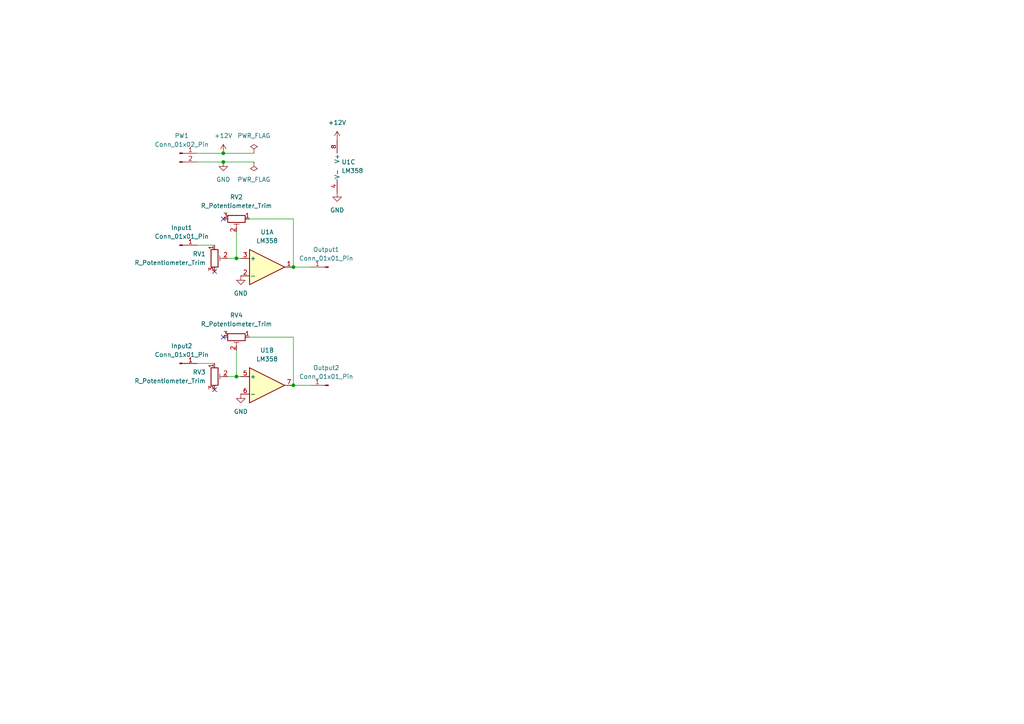
<source format=kicad_sch>
(kicad_sch (version 20230121) (generator eeschema)

  (uuid 7db84c97-3066-4f0e-875e-8aede049f2f3)

  (paper "A4")

  (lib_symbols
    (symbol "Amplifier_Operational:LM358" (pin_names (offset 0.127)) (in_bom yes) (on_board yes)
      (property "Reference" "U" (at 0 5.08 0)
        (effects (font (size 1.27 1.27)) (justify left))
      )
      (property "Value" "LM358" (at 0 -5.08 0)
        (effects (font (size 1.27 1.27)) (justify left))
      )
      (property "Footprint" "" (at 0 0 0)
        (effects (font (size 1.27 1.27)) hide)
      )
      (property "Datasheet" "http://www.ti.com/lit/ds/symlink/lm2904-n.pdf" (at 0 0 0)
        (effects (font (size 1.27 1.27)) hide)
      )
      (property "ki_locked" "" (at 0 0 0)
        (effects (font (size 1.27 1.27)))
      )
      (property "ki_keywords" "dual opamp" (at 0 0 0)
        (effects (font (size 1.27 1.27)) hide)
      )
      (property "ki_description" "Low-Power, Dual Operational Amplifiers, DIP-8/SOIC-8/TO-99-8" (at 0 0 0)
        (effects (font (size 1.27 1.27)) hide)
      )
      (property "ki_fp_filters" "SOIC*3.9x4.9mm*P1.27mm* DIP*W7.62mm* TO*99* OnSemi*Micro8* TSSOP*3x3mm*P0.65mm* TSSOP*4.4x3mm*P0.65mm* MSOP*3x3mm*P0.65mm* SSOP*3.9x4.9mm*P0.635mm* LFCSP*2x2mm*P0.5mm* *SIP* SOIC*5.3x6.2mm*P1.27mm*" (at 0 0 0)
        (effects (font (size 1.27 1.27)) hide)
      )
      (symbol "LM358_1_1"
        (polyline
          (pts
            (xy -5.08 5.08)
            (xy 5.08 0)
            (xy -5.08 -5.08)
            (xy -5.08 5.08)
          )
          (stroke (width 0.254) (type default))
          (fill (type background))
        )
        (pin output line (at 7.62 0 180) (length 2.54)
          (name "~" (effects (font (size 1.27 1.27))))
          (number "1" (effects (font (size 1.27 1.27))))
        )
        (pin input line (at -7.62 -2.54 0) (length 2.54)
          (name "-" (effects (font (size 1.27 1.27))))
          (number "2" (effects (font (size 1.27 1.27))))
        )
        (pin input line (at -7.62 2.54 0) (length 2.54)
          (name "+" (effects (font (size 1.27 1.27))))
          (number "3" (effects (font (size 1.27 1.27))))
        )
      )
      (symbol "LM358_2_1"
        (polyline
          (pts
            (xy -5.08 5.08)
            (xy 5.08 0)
            (xy -5.08 -5.08)
            (xy -5.08 5.08)
          )
          (stroke (width 0.254) (type default))
          (fill (type background))
        )
        (pin input line (at -7.62 2.54 0) (length 2.54)
          (name "+" (effects (font (size 1.27 1.27))))
          (number "5" (effects (font (size 1.27 1.27))))
        )
        (pin input line (at -7.62 -2.54 0) (length 2.54)
          (name "-" (effects (font (size 1.27 1.27))))
          (number "6" (effects (font (size 1.27 1.27))))
        )
        (pin output line (at 7.62 0 180) (length 2.54)
          (name "~" (effects (font (size 1.27 1.27))))
          (number "7" (effects (font (size 1.27 1.27))))
        )
      )
      (symbol "LM358_3_1"
        (pin power_in line (at -2.54 -7.62 90) (length 3.81)
          (name "V-" (effects (font (size 1.27 1.27))))
          (number "4" (effects (font (size 1.27 1.27))))
        )
        (pin power_in line (at -2.54 7.62 270) (length 3.81)
          (name "V+" (effects (font (size 1.27 1.27))))
          (number "8" (effects (font (size 1.27 1.27))))
        )
      )
    )
    (symbol "Connector:Conn_01x01_Pin" (pin_names (offset 1.016) hide) (in_bom yes) (on_board yes)
      (property "Reference" "J" (at 0 2.54 0)
        (effects (font (size 1.27 1.27)))
      )
      (property "Value" "Conn_01x01_Pin" (at 0 -2.54 0)
        (effects (font (size 1.27 1.27)))
      )
      (property "Footprint" "" (at 0 0 0)
        (effects (font (size 1.27 1.27)) hide)
      )
      (property "Datasheet" "~" (at 0 0 0)
        (effects (font (size 1.27 1.27)) hide)
      )
      (property "ki_locked" "" (at 0 0 0)
        (effects (font (size 1.27 1.27)))
      )
      (property "ki_keywords" "connector" (at 0 0 0)
        (effects (font (size 1.27 1.27)) hide)
      )
      (property "ki_description" "Generic connector, single row, 01x01, script generated" (at 0 0 0)
        (effects (font (size 1.27 1.27)) hide)
      )
      (property "ki_fp_filters" "Connector*:*_1x??_*" (at 0 0 0)
        (effects (font (size 1.27 1.27)) hide)
      )
      (symbol "Conn_01x01_Pin_1_1"
        (polyline
          (pts
            (xy 1.27 0)
            (xy 0.8636 0)
          )
          (stroke (width 0.1524) (type default))
          (fill (type none))
        )
        (rectangle (start 0.8636 0.127) (end 0 -0.127)
          (stroke (width 0.1524) (type default))
          (fill (type outline))
        )
        (pin passive line (at 5.08 0 180) (length 3.81)
          (name "Pin_1" (effects (font (size 1.27 1.27))))
          (number "1" (effects (font (size 1.27 1.27))))
        )
      )
    )
    (symbol "Connector:Conn_01x02_Pin" (pin_names (offset 1.016) hide) (in_bom yes) (on_board yes)
      (property "Reference" "J" (at 0 2.54 0)
        (effects (font (size 1.27 1.27)))
      )
      (property "Value" "Conn_01x02_Pin" (at 0 -5.08 0)
        (effects (font (size 1.27 1.27)))
      )
      (property "Footprint" "" (at 0 0 0)
        (effects (font (size 1.27 1.27)) hide)
      )
      (property "Datasheet" "~" (at 0 0 0)
        (effects (font (size 1.27 1.27)) hide)
      )
      (property "ki_locked" "" (at 0 0 0)
        (effects (font (size 1.27 1.27)))
      )
      (property "ki_keywords" "connector" (at 0 0 0)
        (effects (font (size 1.27 1.27)) hide)
      )
      (property "ki_description" "Generic connector, single row, 01x02, script generated" (at 0 0 0)
        (effects (font (size 1.27 1.27)) hide)
      )
      (property "ki_fp_filters" "Connector*:*_1x??_*" (at 0 0 0)
        (effects (font (size 1.27 1.27)) hide)
      )
      (symbol "Conn_01x02_Pin_1_1"
        (polyline
          (pts
            (xy 1.27 -2.54)
            (xy 0.8636 -2.54)
          )
          (stroke (width 0.1524) (type default))
          (fill (type none))
        )
        (polyline
          (pts
            (xy 1.27 0)
            (xy 0.8636 0)
          )
          (stroke (width 0.1524) (type default))
          (fill (type none))
        )
        (rectangle (start 0.8636 -2.413) (end 0 -2.667)
          (stroke (width 0.1524) (type default))
          (fill (type outline))
        )
        (rectangle (start 0.8636 0.127) (end 0 -0.127)
          (stroke (width 0.1524) (type default))
          (fill (type outline))
        )
        (pin passive line (at 5.08 0 180) (length 3.81)
          (name "Pin_1" (effects (font (size 1.27 1.27))))
          (number "1" (effects (font (size 1.27 1.27))))
        )
        (pin passive line (at 5.08 -2.54 180) (length 3.81)
          (name "Pin_2" (effects (font (size 1.27 1.27))))
          (number "2" (effects (font (size 1.27 1.27))))
        )
      )
    )
    (symbol "Device:R_Potentiometer_Trim" (pin_names (offset 1.016) hide) (in_bom yes) (on_board yes)
      (property "Reference" "RV" (at -4.445 0 90)
        (effects (font (size 1.27 1.27)))
      )
      (property "Value" "R_Potentiometer_Trim" (at -2.54 0 90)
        (effects (font (size 1.27 1.27)))
      )
      (property "Footprint" "" (at 0 0 0)
        (effects (font (size 1.27 1.27)) hide)
      )
      (property "Datasheet" "~" (at 0 0 0)
        (effects (font (size 1.27 1.27)) hide)
      )
      (property "ki_keywords" "resistor variable trimpot trimmer" (at 0 0 0)
        (effects (font (size 1.27 1.27)) hide)
      )
      (property "ki_description" "Trim-potentiometer" (at 0 0 0)
        (effects (font (size 1.27 1.27)) hide)
      )
      (property "ki_fp_filters" "Potentiometer*" (at 0 0 0)
        (effects (font (size 1.27 1.27)) hide)
      )
      (symbol "R_Potentiometer_Trim_0_1"
        (polyline
          (pts
            (xy 1.524 0.762)
            (xy 1.524 -0.762)
          )
          (stroke (width 0) (type default))
          (fill (type none))
        )
        (polyline
          (pts
            (xy 2.54 0)
            (xy 1.524 0)
          )
          (stroke (width 0) (type default))
          (fill (type none))
        )
        (rectangle (start 1.016 2.54) (end -1.016 -2.54)
          (stroke (width 0.254) (type default))
          (fill (type none))
        )
      )
      (symbol "R_Potentiometer_Trim_1_1"
        (pin passive line (at 0 3.81 270) (length 1.27)
          (name "1" (effects (font (size 1.27 1.27))))
          (number "1" (effects (font (size 1.27 1.27))))
        )
        (pin passive line (at 3.81 0 180) (length 1.27)
          (name "2" (effects (font (size 1.27 1.27))))
          (number "2" (effects (font (size 1.27 1.27))))
        )
        (pin passive line (at 0 -3.81 90) (length 1.27)
          (name "3" (effects (font (size 1.27 1.27))))
          (number "3" (effects (font (size 1.27 1.27))))
        )
      )
    )
    (symbol "power:+12V" (power) (pin_names (offset 0)) (in_bom yes) (on_board yes)
      (property "Reference" "#PWR" (at 0 -3.81 0)
        (effects (font (size 1.27 1.27)) hide)
      )
      (property "Value" "+12V" (at 0 3.556 0)
        (effects (font (size 1.27 1.27)))
      )
      (property "Footprint" "" (at 0 0 0)
        (effects (font (size 1.27 1.27)) hide)
      )
      (property "Datasheet" "" (at 0 0 0)
        (effects (font (size 1.27 1.27)) hide)
      )
      (property "ki_keywords" "global power" (at 0 0 0)
        (effects (font (size 1.27 1.27)) hide)
      )
      (property "ki_description" "Power symbol creates a global label with name \"+12V\"" (at 0 0 0)
        (effects (font (size 1.27 1.27)) hide)
      )
      (symbol "+12V_0_1"
        (polyline
          (pts
            (xy -0.762 1.27)
            (xy 0 2.54)
          )
          (stroke (width 0) (type default))
          (fill (type none))
        )
        (polyline
          (pts
            (xy 0 0)
            (xy 0 2.54)
          )
          (stroke (width 0) (type default))
          (fill (type none))
        )
        (polyline
          (pts
            (xy 0 2.54)
            (xy 0.762 1.27)
          )
          (stroke (width 0) (type default))
          (fill (type none))
        )
      )
      (symbol "+12V_1_1"
        (pin power_in line (at 0 0 90) (length 0) hide
          (name "+12V" (effects (font (size 1.27 1.27))))
          (number "1" (effects (font (size 1.27 1.27))))
        )
      )
    )
    (symbol "power:GND" (power) (pin_names (offset 0)) (in_bom yes) (on_board yes)
      (property "Reference" "#PWR" (at 0 -6.35 0)
        (effects (font (size 1.27 1.27)) hide)
      )
      (property "Value" "GND" (at 0 -3.81 0)
        (effects (font (size 1.27 1.27)))
      )
      (property "Footprint" "" (at 0 0 0)
        (effects (font (size 1.27 1.27)) hide)
      )
      (property "Datasheet" "" (at 0 0 0)
        (effects (font (size 1.27 1.27)) hide)
      )
      (property "ki_keywords" "global power" (at 0 0 0)
        (effects (font (size 1.27 1.27)) hide)
      )
      (property "ki_description" "Power symbol creates a global label with name \"GND\" , ground" (at 0 0 0)
        (effects (font (size 1.27 1.27)) hide)
      )
      (symbol "GND_0_1"
        (polyline
          (pts
            (xy 0 0)
            (xy 0 -1.27)
            (xy 1.27 -1.27)
            (xy 0 -2.54)
            (xy -1.27 -1.27)
            (xy 0 -1.27)
          )
          (stroke (width 0) (type default))
          (fill (type none))
        )
      )
      (symbol "GND_1_1"
        (pin power_in line (at 0 0 270) (length 0) hide
          (name "GND" (effects (font (size 1.27 1.27))))
          (number "1" (effects (font (size 1.27 1.27))))
        )
      )
    )
    (symbol "power:PWR_FLAG" (power) (pin_numbers hide) (pin_names (offset 0) hide) (in_bom yes) (on_board yes)
      (property "Reference" "#FLG" (at 0 1.905 0)
        (effects (font (size 1.27 1.27)) hide)
      )
      (property "Value" "PWR_FLAG" (at 0 3.81 0)
        (effects (font (size 1.27 1.27)))
      )
      (property "Footprint" "" (at 0 0 0)
        (effects (font (size 1.27 1.27)) hide)
      )
      (property "Datasheet" "~" (at 0 0 0)
        (effects (font (size 1.27 1.27)) hide)
      )
      (property "ki_keywords" "flag power" (at 0 0 0)
        (effects (font (size 1.27 1.27)) hide)
      )
      (property "ki_description" "Special symbol for telling ERC where power comes from" (at 0 0 0)
        (effects (font (size 1.27 1.27)) hide)
      )
      (symbol "PWR_FLAG_0_0"
        (pin power_out line (at 0 0 90) (length 0)
          (name "pwr" (effects (font (size 1.27 1.27))))
          (number "1" (effects (font (size 1.27 1.27))))
        )
      )
      (symbol "PWR_FLAG_0_1"
        (polyline
          (pts
            (xy 0 0)
            (xy 0 1.27)
            (xy -1.016 1.905)
            (xy 0 2.54)
            (xy 1.016 1.905)
            (xy 0 1.27)
          )
          (stroke (width 0) (type default))
          (fill (type none))
        )
      )
    )
  )

  (junction (at 68.58 74.93) (diameter 0) (color 0 0 0 0)
    (uuid 250c3ca7-c8b1-4780-82eb-2ce24255685c)
  )
  (junction (at 68.58 109.22) (diameter 0) (color 0 0 0 0)
    (uuid 4d9baa01-804f-4884-9d7a-5d870fd1caea)
  )
  (junction (at 85.09 77.47) (diameter 0) (color 0 0 0 0)
    (uuid 54b79faa-c689-4002-bb3a-5cff3bb7b76c)
  )
  (junction (at 85.09 111.76) (diameter 0) (color 0 0 0 0)
    (uuid 58a6186c-d124-4c1d-b092-c65a41334fcc)
  )
  (junction (at 64.77 46.99) (diameter 0) (color 0 0 0 0)
    (uuid 9d48dfdf-f5c2-4a77-b57a-74485cbdfe16)
  )
  (junction (at 64.77 44.45) (diameter 0) (color 0 0 0 0)
    (uuid ce1760e5-a01d-46a9-a613-80f7515c7362)
  )

  (no_connect (at 64.77 97.79) (uuid 2f355dd9-7f45-456f-9541-749495ba4be6))
  (no_connect (at 62.23 78.74) (uuid 303f876d-af74-46f9-909b-b2a904857651))
  (no_connect (at 64.77 63.5) (uuid 47963eae-9a35-40c3-be22-295816db1a84))
  (no_connect (at 62.23 113.03) (uuid ea640fcf-98f3-4ba5-8396-1b342cc7f08f))

  (wire (pts (xy 64.77 46.99) (xy 73.66 46.99))
    (stroke (width 0) (type default))
    (uuid 0c248a88-9bba-47ce-a403-c5df8f66f81f)
  )
  (wire (pts (xy 66.04 109.22) (xy 68.58 109.22))
    (stroke (width 0) (type default))
    (uuid 15f46b37-12dd-41b2-a225-b6f71c265d80)
  )
  (wire (pts (xy 57.15 46.99) (xy 64.77 46.99))
    (stroke (width 0) (type default))
    (uuid 2d45f2c6-f04b-45a5-b699-ab1718ebb216)
  )
  (wire (pts (xy 57.15 71.12) (xy 62.23 71.12))
    (stroke (width 0) (type default))
    (uuid 2dd6f04a-d158-4328-849d-a0e9b6f45a7e)
  )
  (wire (pts (xy 85.09 77.47) (xy 90.17 77.47))
    (stroke (width 0) (type default))
    (uuid 38fb19ec-06ed-4428-ba2e-59004c73e2a3)
  )
  (wire (pts (xy 68.58 109.22) (xy 69.85 109.22))
    (stroke (width 0) (type default))
    (uuid 454bd06c-96d6-4ee8-aec3-c474ad3c691a)
  )
  (wire (pts (xy 85.09 63.5) (xy 85.09 77.47))
    (stroke (width 0) (type default))
    (uuid 4784fa1f-4adf-418a-b9ea-29cc4e6ca551)
  )
  (wire (pts (xy 68.58 74.93) (xy 69.85 74.93))
    (stroke (width 0) (type default))
    (uuid 48cdf968-ff74-4345-8905-992345324896)
  )
  (wire (pts (xy 64.77 44.45) (xy 57.15 44.45))
    (stroke (width 0) (type default))
    (uuid 5f053694-5c24-490d-870b-757c0494b5bf)
  )
  (wire (pts (xy 68.58 67.31) (xy 68.58 74.93))
    (stroke (width 0) (type default))
    (uuid 623b4a69-622f-4c2c-8c93-e8508b23d8ed)
  )
  (wire (pts (xy 85.09 97.79) (xy 85.09 111.76))
    (stroke (width 0) (type default))
    (uuid 6710eafe-3581-4941-90e7-0f1862513275)
  )
  (wire (pts (xy 57.15 105.41) (xy 62.23 105.41))
    (stroke (width 0) (type default))
    (uuid 7e41ae87-66a2-4d63-ae0d-5014bcc79ed8)
  )
  (wire (pts (xy 85.09 111.76) (xy 90.17 111.76))
    (stroke (width 0) (type default))
    (uuid 88b1d824-d6ec-43f9-bfac-38f601ba3e54)
  )
  (wire (pts (xy 68.58 101.6) (xy 68.58 109.22))
    (stroke (width 0) (type default))
    (uuid 8e49ad1d-e418-4976-bfd2-62e91f28d6c0)
  )
  (wire (pts (xy 72.39 97.79) (xy 85.09 97.79))
    (stroke (width 0) (type default))
    (uuid 9b505437-5cbf-4c06-b76e-58c64dc54cdb)
  )
  (wire (pts (xy 66.04 74.93) (xy 68.58 74.93))
    (stroke (width 0) (type default))
    (uuid bdf71619-81c5-46fe-89ca-952747b898dd)
  )
  (wire (pts (xy 72.39 63.5) (xy 85.09 63.5))
    (stroke (width 0) (type default))
    (uuid cea3b6dc-e600-4b2d-9dd7-8d4dde50d921)
  )
  (wire (pts (xy 64.77 44.45) (xy 73.66 44.45))
    (stroke (width 0) (type default))
    (uuid e8e0d23f-fbe4-48ac-b2d7-1e9357c24b0d)
  )

  (symbol (lib_id "power:PWR_FLAG") (at 73.66 44.45 0) (unit 1)
    (in_bom yes) (on_board yes) (dnp no) (fields_autoplaced)
    (uuid 06b411a1-b401-4841-b171-26dab17cdddb)
    (property "Reference" "#FLG01" (at 73.66 42.545 0)
      (effects (font (size 1.27 1.27)) hide)
    )
    (property "Value" "PWR_FLAG" (at 73.66 39.37 0)
      (effects (font (size 1.27 1.27)))
    )
    (property "Footprint" "" (at 73.66 44.45 0)
      (effects (font (size 1.27 1.27)) hide)
    )
    (property "Datasheet" "~" (at 73.66 44.45 0)
      (effects (font (size 1.27 1.27)) hide)
    )
    (pin "1" (uuid 64f87fc3-1897-4587-b218-58ce2ad7e9d6))
    (instances
      (project "AmpInversorLM353"
        (path "/7db84c97-3066-4f0e-875e-8aede049f2f3"
          (reference "#FLG01") (unit 1)
        )
      )
    )
  )

  (symbol (lib_id "Device:R_Potentiometer_Trim") (at 68.58 63.5 270) (unit 1)
    (in_bom yes) (on_board yes) (dnp no) (fields_autoplaced)
    (uuid 09b7ba43-4595-47d3-b896-839d888cf642)
    (property "Reference" "RV2" (at 68.58 57.15 90)
      (effects (font (size 1.27 1.27)))
    )
    (property "Value" "R_Potentiometer_Trim" (at 68.58 59.69 90)
      (effects (font (size 1.27 1.27)))
    )
    (property "Footprint" "Potentiometer_THT:Potentiometer_Bourns_3296W_Vertical" (at 68.58 63.5 0)
      (effects (font (size 1.27 1.27)) hide)
    )
    (property "Datasheet" "~" (at 68.58 63.5 0)
      (effects (font (size 1.27 1.27)) hide)
    )
    (pin "1" (uuid 6bab195c-7970-48a2-9e7d-aa3568711f3e))
    (pin "2" (uuid 9b5b863f-6afa-432b-b070-085da6ad6d78))
    (pin "3" (uuid 0f2a6044-3f42-465b-bff2-e4f21f5e7ee2))
    (instances
      (project "AmpInversorLM353"
        (path "/7db84c97-3066-4f0e-875e-8aede049f2f3"
          (reference "RV2") (unit 1)
        )
      )
    )
  )

  (symbol (lib_id "Connector:Conn_01x01_Pin") (at 52.07 105.41 0) (unit 1)
    (in_bom yes) (on_board yes) (dnp no) (fields_autoplaced)
    (uuid 0b9d2b36-6ff8-4d19-9dea-7c4decbe930c)
    (property "Reference" "Input2" (at 52.705 100.33 0)
      (effects (font (size 1.27 1.27)))
    )
    (property "Value" "Conn_01x01_Pin" (at 52.705 102.87 0)
      (effects (font (size 1.27 1.27)))
    )
    (property "Footprint" "Connector_PinHeader_2.54mm:PinHeader_1x01_P2.54mm_Vertical" (at 52.07 105.41 0)
      (effects (font (size 1.27 1.27)) hide)
    )
    (property "Datasheet" "~" (at 52.07 105.41 0)
      (effects (font (size 1.27 1.27)) hide)
    )
    (pin "1" (uuid 7f7a6f7c-200e-4f73-808f-c34fe617d650))
    (instances
      (project "AmpInversorLM353"
        (path "/7db84c97-3066-4f0e-875e-8aede049f2f3"
          (reference "Input2") (unit 1)
        )
      )
    )
  )

  (symbol (lib_id "Amplifier_Operational:LM358") (at 100.33 48.26 0) (unit 3)
    (in_bom yes) (on_board yes) (dnp no) (fields_autoplaced)
    (uuid 1b61dfc7-dc42-49ee-a76d-ac50d9d34a98)
    (property "Reference" "U1" (at 99.06 46.99 0)
      (effects (font (size 1.27 1.27)) (justify left))
    )
    (property "Value" "LM358" (at 99.06 49.53 0)
      (effects (font (size 1.27 1.27)) (justify left))
    )
    (property "Footprint" "Package_DIP:DIP-8_W7.62mm" (at 100.33 48.26 0)
      (effects (font (size 1.27 1.27)) hide)
    )
    (property "Datasheet" "http://www.ti.com/lit/ds/symlink/lm2904-n.pdf" (at 100.33 48.26 0)
      (effects (font (size 1.27 1.27)) hide)
    )
    (pin "5" (uuid 8a024826-4676-438c-83d5-46d65af6c003))
    (pin "7" (uuid 35bfd12e-4512-488d-a33f-a1dcb22dd484))
    (pin "4" (uuid 80b87b9d-6cf9-4ab0-bfc8-8ace3b41955c))
    (pin "6" (uuid 4e5073d8-50a7-47bc-8380-4eac2f0d02a3))
    (pin "1" (uuid 205845e0-ebdb-4040-8cc5-ba5ccbf609b0))
    (pin "2" (uuid 3741b96b-b38f-423b-9f61-9a1c4892364c))
    (pin "3" (uuid b25d2f2e-5a4d-4ff5-8144-f383045f18e1))
    (pin "8" (uuid 0f6091af-cfeb-44fc-a089-b6fe520a4013))
    (instances
      (project "AmpInversorLM353"
        (path "/7db84c97-3066-4f0e-875e-8aede049f2f3"
          (reference "U1") (unit 3)
        )
      )
    )
  )

  (symbol (lib_id "power:+12V") (at 97.79 40.64 0) (unit 1)
    (in_bom yes) (on_board yes) (dnp no) (fields_autoplaced)
    (uuid 220bdec9-7e09-44b1-a4d8-85588836dbba)
    (property "Reference" "#PWR04" (at 97.79 44.45 0)
      (effects (font (size 1.27 1.27)) hide)
    )
    (property "Value" "+12V" (at 97.79 35.56 0)
      (effects (font (size 1.27 1.27)))
    )
    (property "Footprint" "" (at 97.79 40.64 0)
      (effects (font (size 1.27 1.27)) hide)
    )
    (property "Datasheet" "" (at 97.79 40.64 0)
      (effects (font (size 1.27 1.27)) hide)
    )
    (pin "1" (uuid 72538830-d930-4af1-b951-66e98ce00448))
    (instances
      (project "AmpInversorLM353"
        (path "/7db84c97-3066-4f0e-875e-8aede049f2f3"
          (reference "#PWR04") (unit 1)
        )
      )
    )
  )

  (symbol (lib_id "Device:R_Potentiometer_Trim") (at 62.23 109.22 0) (unit 1)
    (in_bom yes) (on_board yes) (dnp no) (fields_autoplaced)
    (uuid 3c4d9ed1-281a-4488-824e-90b67473e773)
    (property "Reference" "RV3" (at 59.69 107.95 0)
      (effects (font (size 1.27 1.27)) (justify right))
    )
    (property "Value" "R_Potentiometer_Trim" (at 59.69 110.49 0)
      (effects (font (size 1.27 1.27)) (justify right))
    )
    (property "Footprint" "Potentiometer_THT:Potentiometer_Bourns_3296W_Vertical" (at 62.23 109.22 0)
      (effects (font (size 1.27 1.27)) hide)
    )
    (property "Datasheet" "~" (at 62.23 109.22 0)
      (effects (font (size 1.27 1.27)) hide)
    )
    (pin "1" (uuid 5460a152-59cd-4173-be5e-6223d50215b4))
    (pin "2" (uuid b36b54de-60e3-4f3e-a315-f75416ff5880))
    (pin "3" (uuid 7e269625-b34e-4030-aa43-feeb4f952318))
    (instances
      (project "AmpInversorLM353"
        (path "/7db84c97-3066-4f0e-875e-8aede049f2f3"
          (reference "RV3") (unit 1)
        )
      )
    )
  )

  (symbol (lib_id "Device:R_Potentiometer_Trim") (at 62.23 74.93 0) (unit 1)
    (in_bom yes) (on_board yes) (dnp no) (fields_autoplaced)
    (uuid 3e55f62f-873d-4e48-be30-14c0a413bf3f)
    (property "Reference" "RV1" (at 59.69 73.66 0)
      (effects (font (size 1.27 1.27)) (justify right))
    )
    (property "Value" "R_Potentiometer_Trim" (at 59.69 76.2 0)
      (effects (font (size 1.27 1.27)) (justify right))
    )
    (property "Footprint" "Potentiometer_THT:Potentiometer_Bourns_3296W_Vertical" (at 62.23 74.93 0)
      (effects (font (size 1.27 1.27)) hide)
    )
    (property "Datasheet" "~" (at 62.23 74.93 0)
      (effects (font (size 1.27 1.27)) hide)
    )
    (pin "1" (uuid 088549f1-2ac9-4854-b158-dbfd9da4dfdb))
    (pin "2" (uuid 7913ae3f-65ee-4542-b714-8541d643eecf))
    (pin "3" (uuid 9b7696d4-e265-442d-8e14-f1bc55a2fae2))
    (instances
      (project "AmpInversorLM353"
        (path "/7db84c97-3066-4f0e-875e-8aede049f2f3"
          (reference "RV1") (unit 1)
        )
      )
    )
  )

  (symbol (lib_id "power:PWR_FLAG") (at 73.66 46.99 180) (unit 1)
    (in_bom yes) (on_board yes) (dnp no) (fields_autoplaced)
    (uuid 3faa0ffc-0802-4af0-a2bf-b95a0faa036a)
    (property "Reference" "#FLG02" (at 73.66 48.895 0)
      (effects (font (size 1.27 1.27)) hide)
    )
    (property "Value" "PWR_FLAG" (at 73.66 52.07 0)
      (effects (font (size 1.27 1.27)))
    )
    (property "Footprint" "" (at 73.66 46.99 0)
      (effects (font (size 1.27 1.27)) hide)
    )
    (property "Datasheet" "~" (at 73.66 46.99 0)
      (effects (font (size 1.27 1.27)) hide)
    )
    (pin "1" (uuid 76f2dbed-6fcd-42db-bcf8-0034cd43a1ff))
    (instances
      (project "AmpInversorLM353"
        (path "/7db84c97-3066-4f0e-875e-8aede049f2f3"
          (reference "#FLG02") (unit 1)
        )
      )
    )
  )

  (symbol (lib_id "power:GND") (at 64.77 46.99 0) (unit 1)
    (in_bom yes) (on_board yes) (dnp no) (fields_autoplaced)
    (uuid 4b9d8687-74da-41cb-b663-fbc79fb84a70)
    (property "Reference" "#PWR02" (at 64.77 53.34 0)
      (effects (font (size 1.27 1.27)) hide)
    )
    (property "Value" "GND" (at 64.77 52.07 0)
      (effects (font (size 1.27 1.27)))
    )
    (property "Footprint" "" (at 64.77 46.99 0)
      (effects (font (size 1.27 1.27)) hide)
    )
    (property "Datasheet" "" (at 64.77 46.99 0)
      (effects (font (size 1.27 1.27)) hide)
    )
    (pin "1" (uuid 904f6069-e18e-4f1d-8dc8-b696ace05494))
    (instances
      (project "AmpInversorLM353"
        (path "/7db84c97-3066-4f0e-875e-8aede049f2f3"
          (reference "#PWR02") (unit 1)
        )
      )
    )
  )

  (symbol (lib_id "Connector:Conn_01x02_Pin") (at 52.07 44.45 0) (unit 1)
    (in_bom yes) (on_board yes) (dnp no) (fields_autoplaced)
    (uuid 61ea63df-990a-4266-b091-c6a866eb3800)
    (property "Reference" "PW1" (at 52.705 39.37 0)
      (effects (font (size 1.27 1.27)))
    )
    (property "Value" "Conn_01x02_Pin" (at 52.705 41.91 0)
      (effects (font (size 1.27 1.27)))
    )
    (property "Footprint" "Connector_JST:JST_EH_B2B-EH-A_1x02_P2.50mm_Vertical" (at 52.07 44.45 0)
      (effects (font (size 1.27 1.27)) hide)
    )
    (property "Datasheet" "~" (at 52.07 44.45 0)
      (effects (font (size 1.27 1.27)) hide)
    )
    (pin "1" (uuid 3feb3293-b121-40af-a57e-8cdcd294ea56))
    (pin "2" (uuid 7792bb81-6093-4a18-9bc7-7e35c242253d))
    (instances
      (project "AmpInversorLM353"
        (path "/7db84c97-3066-4f0e-875e-8aede049f2f3"
          (reference "PW1") (unit 1)
        )
      )
    )
  )

  (symbol (lib_id "Connector:Conn_01x01_Pin") (at 52.07 71.12 0) (unit 1)
    (in_bom yes) (on_board yes) (dnp no) (fields_autoplaced)
    (uuid 732bcec5-d17e-4c35-93d5-7ca57bc1d503)
    (property "Reference" "Input1" (at 52.705 66.04 0)
      (effects (font (size 1.27 1.27)))
    )
    (property "Value" "Conn_01x01_Pin" (at 52.705 68.58 0)
      (effects (font (size 1.27 1.27)))
    )
    (property "Footprint" "Connector_PinHeader_2.54mm:PinHeader_1x01_P2.54mm_Vertical" (at 52.07 71.12 0)
      (effects (font (size 1.27 1.27)) hide)
    )
    (property "Datasheet" "~" (at 52.07 71.12 0)
      (effects (font (size 1.27 1.27)) hide)
    )
    (pin "1" (uuid 1656589f-da5a-4836-b032-c2ef6294a014))
    (instances
      (project "AmpInversorLM353"
        (path "/7db84c97-3066-4f0e-875e-8aede049f2f3"
          (reference "Input1") (unit 1)
        )
      )
    )
  )

  (symbol (lib_id "power:+12V") (at 64.77 44.45 0) (unit 1)
    (in_bom yes) (on_board yes) (dnp no) (fields_autoplaced)
    (uuid 79ed5bef-c0db-47a5-94d5-4b7397622322)
    (property "Reference" "#PWR01" (at 64.77 48.26 0)
      (effects (font (size 1.27 1.27)) hide)
    )
    (property "Value" "+12V" (at 64.77 39.37 0)
      (effects (font (size 1.27 1.27)))
    )
    (property "Footprint" "" (at 64.77 44.45 0)
      (effects (font (size 1.27 1.27)) hide)
    )
    (property "Datasheet" "" (at 64.77 44.45 0)
      (effects (font (size 1.27 1.27)) hide)
    )
    (pin "1" (uuid b24aa7c9-50f1-4432-a8f6-d01a7bfb3ce3))
    (instances
      (project "AmpInversorLM353"
        (path "/7db84c97-3066-4f0e-875e-8aede049f2f3"
          (reference "#PWR01") (unit 1)
        )
      )
    )
  )

  (symbol (lib_id "Amplifier_Operational:LM358") (at 77.47 77.47 0) (unit 1)
    (in_bom yes) (on_board yes) (dnp no) (fields_autoplaced)
    (uuid 7a9ac63e-393c-4bd7-8b1f-b7c4e35a9253)
    (property "Reference" "U1" (at 77.47 67.31 0)
      (effects (font (size 1.27 1.27)))
    )
    (property "Value" "LM358" (at 77.47 69.85 0)
      (effects (font (size 1.27 1.27)))
    )
    (property "Footprint" "Package_DIP:DIP-8_W7.62mm" (at 77.47 77.47 0)
      (effects (font (size 1.27 1.27)) hide)
    )
    (property "Datasheet" "http://www.ti.com/lit/ds/symlink/lm2904-n.pdf" (at 77.47 77.47 0)
      (effects (font (size 1.27 1.27)) hide)
    )
    (pin "5" (uuid 8a024826-4676-438c-83d5-46d65af6c003))
    (pin "7" (uuid 35bfd12e-4512-488d-a33f-a1dcb22dd484))
    (pin "4" (uuid 80b87b9d-6cf9-4ab0-bfc8-8ace3b41955c))
    (pin "6" (uuid 4e5073d8-50a7-47bc-8380-4eac2f0d02a3))
    (pin "1" (uuid 205845e0-ebdb-4040-8cc5-ba5ccbf609b0))
    (pin "2" (uuid 3741b96b-b38f-423b-9f61-9a1c4892364c))
    (pin "3" (uuid b25d2f2e-5a4d-4ff5-8144-f383045f18e1))
    (pin "8" (uuid 0f6091af-cfeb-44fc-a089-b6fe520a4013))
    (instances
      (project "AmpInversorLM353"
        (path "/7db84c97-3066-4f0e-875e-8aede049f2f3"
          (reference "U1") (unit 1)
        )
      )
    )
  )

  (symbol (lib_id "power:GND") (at 69.85 80.01 0) (unit 1)
    (in_bom yes) (on_board yes) (dnp no) (fields_autoplaced)
    (uuid 7abc3062-883c-49fd-9680-31db7e4e2b40)
    (property "Reference" "#PWR05" (at 69.85 86.36 0)
      (effects (font (size 1.27 1.27)) hide)
    )
    (property "Value" "GND" (at 69.85 85.09 0)
      (effects (font (size 1.27 1.27)))
    )
    (property "Footprint" "" (at 69.85 80.01 0)
      (effects (font (size 1.27 1.27)) hide)
    )
    (property "Datasheet" "" (at 69.85 80.01 0)
      (effects (font (size 1.27 1.27)) hide)
    )
    (pin "1" (uuid 8318bda8-e963-421f-b8bd-8b40bcafaadb))
    (instances
      (project "AmpInversorLM353"
        (path "/7db84c97-3066-4f0e-875e-8aede049f2f3"
          (reference "#PWR05") (unit 1)
        )
      )
    )
  )

  (symbol (lib_id "Amplifier_Operational:LM358") (at 77.47 111.76 0) (unit 2)
    (in_bom yes) (on_board yes) (dnp no) (fields_autoplaced)
    (uuid 7e244b98-ff75-4bed-9e7b-c6612cf56644)
    (property "Reference" "U1" (at 77.47 101.6 0)
      (effects (font (size 1.27 1.27)))
    )
    (property "Value" "LM358" (at 77.47 104.14 0)
      (effects (font (size 1.27 1.27)))
    )
    (property "Footprint" "Package_DIP:DIP-8_W7.62mm" (at 77.47 111.76 0)
      (effects (font (size 1.27 1.27)) hide)
    )
    (property "Datasheet" "http://www.ti.com/lit/ds/symlink/lm2904-n.pdf" (at 77.47 111.76 0)
      (effects (font (size 1.27 1.27)) hide)
    )
    (pin "5" (uuid 8a024826-4676-438c-83d5-46d65af6c003))
    (pin "7" (uuid 35bfd12e-4512-488d-a33f-a1dcb22dd484))
    (pin "4" (uuid 80b87b9d-6cf9-4ab0-bfc8-8ace3b41955c))
    (pin "6" (uuid 4e5073d8-50a7-47bc-8380-4eac2f0d02a3))
    (pin "1" (uuid 205845e0-ebdb-4040-8cc5-ba5ccbf609b0))
    (pin "2" (uuid 3741b96b-b38f-423b-9f61-9a1c4892364c))
    (pin "3" (uuid b25d2f2e-5a4d-4ff5-8144-f383045f18e1))
    (pin "8" (uuid 0f6091af-cfeb-44fc-a089-b6fe520a4013))
    (instances
      (project "AmpInversorLM353"
        (path "/7db84c97-3066-4f0e-875e-8aede049f2f3"
          (reference "U1") (unit 2)
        )
      )
    )
  )

  (symbol (lib_id "Device:R_Potentiometer_Trim") (at 68.58 97.79 270) (unit 1)
    (in_bom yes) (on_board yes) (dnp no) (fields_autoplaced)
    (uuid 884f6777-24d2-4332-89eb-684bdd8cb117)
    (property "Reference" "RV4" (at 68.58 91.44 90)
      (effects (font (size 1.27 1.27)))
    )
    (property "Value" "R_Potentiometer_Trim" (at 68.58 93.98 90)
      (effects (font (size 1.27 1.27)))
    )
    (property "Footprint" "Potentiometer_THT:Potentiometer_Bourns_3296W_Vertical" (at 68.58 97.79 0)
      (effects (font (size 1.27 1.27)) hide)
    )
    (property "Datasheet" "~" (at 68.58 97.79 0)
      (effects (font (size 1.27 1.27)) hide)
    )
    (pin "1" (uuid ce0467e8-3b60-4ae6-9cc8-9878701813a3))
    (pin "2" (uuid 39584a87-dd3c-455c-b477-94a1aa12c856))
    (pin "3" (uuid 986abc29-10fe-4e21-8a5c-c8fcb8249dfe))
    (instances
      (project "AmpInversorLM353"
        (path "/7db84c97-3066-4f0e-875e-8aede049f2f3"
          (reference "RV4") (unit 1)
        )
      )
    )
  )

  (symbol (lib_id "power:GND") (at 97.79 55.88 0) (unit 1)
    (in_bom yes) (on_board yes) (dnp no) (fields_autoplaced)
    (uuid 8cbd3ce5-adfc-4676-b009-d99532cac915)
    (property "Reference" "#PWR03" (at 97.79 62.23 0)
      (effects (font (size 1.27 1.27)) hide)
    )
    (property "Value" "GND" (at 97.79 60.96 0)
      (effects (font (size 1.27 1.27)))
    )
    (property "Footprint" "" (at 97.79 55.88 0)
      (effects (font (size 1.27 1.27)) hide)
    )
    (property "Datasheet" "" (at 97.79 55.88 0)
      (effects (font (size 1.27 1.27)) hide)
    )
    (pin "1" (uuid 365fd37c-19ff-4c90-b7d3-3cf975e21673))
    (instances
      (project "AmpInversorLM353"
        (path "/7db84c97-3066-4f0e-875e-8aede049f2f3"
          (reference "#PWR03") (unit 1)
        )
      )
    )
  )

  (symbol (lib_id "power:GND") (at 69.85 114.3 0) (unit 1)
    (in_bom yes) (on_board yes) (dnp no) (fields_autoplaced)
    (uuid 93403449-790e-4ee0-9740-66b2259744c6)
    (property "Reference" "#PWR06" (at 69.85 120.65 0)
      (effects (font (size 1.27 1.27)) hide)
    )
    (property "Value" "GND" (at 69.85 119.38 0)
      (effects (font (size 1.27 1.27)))
    )
    (property "Footprint" "" (at 69.85 114.3 0)
      (effects (font (size 1.27 1.27)) hide)
    )
    (property "Datasheet" "" (at 69.85 114.3 0)
      (effects (font (size 1.27 1.27)) hide)
    )
    (pin "1" (uuid b0a07a5c-6c5b-4aa7-9d7e-778569d888d3))
    (instances
      (project "AmpInversorLM353"
        (path "/7db84c97-3066-4f0e-875e-8aede049f2f3"
          (reference "#PWR06") (unit 1)
        )
      )
    )
  )

  (symbol (lib_id "Connector:Conn_01x01_Pin") (at 95.25 77.47 180) (unit 1)
    (in_bom yes) (on_board yes) (dnp no) (fields_autoplaced)
    (uuid d4bd28cc-fae7-48a0-bb0e-e3c8542da727)
    (property "Reference" "Output1" (at 94.615 72.39 0)
      (effects (font (size 1.27 1.27)))
    )
    (property "Value" "Conn_01x01_Pin" (at 94.615 74.93 0)
      (effects (font (size 1.27 1.27)))
    )
    (property "Footprint" "Connector_PinHeader_2.54mm:PinHeader_1x01_P2.54mm_Vertical" (at 95.25 77.47 0)
      (effects (font (size 1.27 1.27)) hide)
    )
    (property "Datasheet" "~" (at 95.25 77.47 0)
      (effects (font (size 1.27 1.27)) hide)
    )
    (pin "1" (uuid c57972e8-3546-472e-bea7-5e8cb8ad9446))
    (instances
      (project "AmpInversorLM353"
        (path "/7db84c97-3066-4f0e-875e-8aede049f2f3"
          (reference "Output1") (unit 1)
        )
      )
    )
  )

  (symbol (lib_id "Connector:Conn_01x01_Pin") (at 95.25 111.76 180) (unit 1)
    (in_bom yes) (on_board yes) (dnp no) (fields_autoplaced)
    (uuid f0e965c8-8a6f-4f9d-b2f8-ba1062e84e7b)
    (property "Reference" "Output2" (at 94.615 106.68 0)
      (effects (font (size 1.27 1.27)))
    )
    (property "Value" "Conn_01x01_Pin" (at 94.615 109.22 0)
      (effects (font (size 1.27 1.27)))
    )
    (property "Footprint" "Connector_PinHeader_2.54mm:PinHeader_1x01_P2.54mm_Vertical" (at 95.25 111.76 0)
      (effects (font (size 1.27 1.27)) hide)
    )
    (property "Datasheet" "~" (at 95.25 111.76 0)
      (effects (font (size 1.27 1.27)) hide)
    )
    (pin "1" (uuid c449bd39-78bd-406a-9384-2acd21a58bb9))
    (instances
      (project "AmpInversorLM353"
        (path "/7db84c97-3066-4f0e-875e-8aede049f2f3"
          (reference "Output2") (unit 1)
        )
      )
    )
  )

  (sheet_instances
    (path "/" (page "1"))
  )
)

</source>
